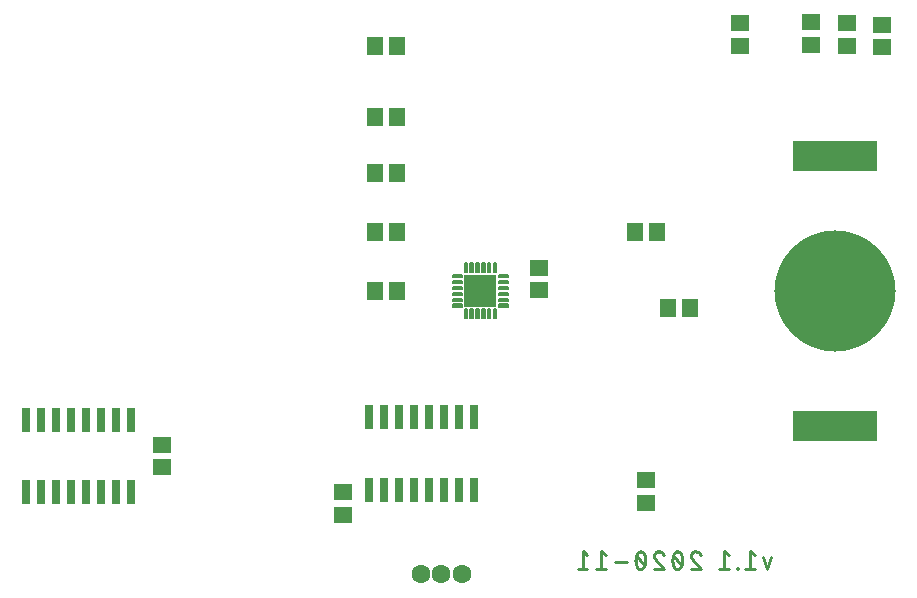
<source format=gbs>
G04 EAGLE Gerber RS-274X export*
G75*
%MOMM*%
%FSLAX34Y34*%
%LPD*%
%INBottom Solder Mask*%
%IPPOS*%
%AMOC8*
5,1,8,0,0,1.08239X$1,22.5*%
G01*
G04 Define Apertures*
%ADD10C,0.279400*%
%ADD11C,0.166334*%
%ADD12R,2.701600X2.701600*%
%ADD13R,1.401600X1.601600*%
%ADD14R,0.762000X2.133600*%
%ADD15R,1.601600X1.401600*%
%ADD16R,7.101600X2.641600*%
%ADD17C,10.261600*%
%ADD18C,10.160000*%
%ADD19C,1.601600*%
%ADD20C,1.376600*%
D10*
X665603Y44388D02*
X662273Y34397D01*
X658943Y44388D01*
X652367Y46053D02*
X648205Y49383D01*
X648205Y34397D01*
X652367Y34397D02*
X644042Y34397D01*
X637679Y34397D02*
X637679Y35230D01*
X636847Y35230D01*
X636847Y34397D01*
X637679Y34397D01*
X630484Y46053D02*
X626321Y49383D01*
X626321Y34397D01*
X630484Y34397D02*
X622158Y34397D01*
X601937Y49384D02*
X601817Y49382D01*
X601697Y49376D01*
X601577Y49367D01*
X601458Y49353D01*
X601339Y49336D01*
X601221Y49315D01*
X601103Y49290D01*
X600987Y49261D01*
X600871Y49229D01*
X600756Y49193D01*
X600643Y49153D01*
X600531Y49110D01*
X600420Y49063D01*
X600311Y49013D01*
X600204Y48959D01*
X600098Y48902D01*
X599995Y48841D01*
X599893Y48777D01*
X599793Y48710D01*
X599696Y48640D01*
X599601Y48567D01*
X599508Y48490D01*
X599418Y48411D01*
X599330Y48329D01*
X599245Y48244D01*
X599163Y48156D01*
X599084Y48066D01*
X599007Y47973D01*
X598934Y47878D01*
X598864Y47781D01*
X598797Y47681D01*
X598733Y47579D01*
X598672Y47476D01*
X598615Y47370D01*
X598561Y47263D01*
X598511Y47154D01*
X598464Y47043D01*
X598421Y46931D01*
X598381Y46818D01*
X598345Y46703D01*
X598313Y46587D01*
X598284Y46471D01*
X598259Y46353D01*
X598238Y46235D01*
X598221Y46116D01*
X598207Y45997D01*
X598198Y45877D01*
X598192Y45757D01*
X598190Y45637D01*
X601937Y49383D02*
X602075Y49381D01*
X602212Y49375D01*
X602349Y49365D01*
X602486Y49352D01*
X602622Y49334D01*
X602758Y49312D01*
X602894Y49287D01*
X603028Y49258D01*
X603161Y49225D01*
X603294Y49188D01*
X603425Y49147D01*
X603556Y49103D01*
X603684Y49055D01*
X603812Y49003D01*
X603938Y48947D01*
X604062Y48888D01*
X604185Y48826D01*
X604305Y48760D01*
X604424Y48691D01*
X604541Y48618D01*
X604656Y48542D01*
X604768Y48462D01*
X604878Y48380D01*
X604986Y48294D01*
X605091Y48206D01*
X605193Y48114D01*
X605293Y48020D01*
X605391Y47922D01*
X605485Y47822D01*
X605577Y47719D01*
X605665Y47614D01*
X605750Y47506D01*
X605833Y47396D01*
X605912Y47284D01*
X605988Y47169D01*
X606061Y47052D01*
X606130Y46933D01*
X606196Y46813D01*
X606258Y46690D01*
X606317Y46566D01*
X606372Y46440D01*
X606424Y46312D01*
X606472Y46183D01*
X606516Y46053D01*
X599440Y42723D02*
X599350Y42811D01*
X599264Y42902D01*
X599180Y42995D01*
X599099Y43091D01*
X599021Y43189D01*
X598947Y43289D01*
X598875Y43392D01*
X598807Y43497D01*
X598742Y43605D01*
X598680Y43714D01*
X598622Y43825D01*
X598567Y43938D01*
X598516Y44052D01*
X598469Y44168D01*
X598425Y44285D01*
X598385Y44404D01*
X598348Y44524D01*
X598315Y44645D01*
X598286Y44767D01*
X598261Y44889D01*
X598240Y45013D01*
X598222Y45137D01*
X598209Y45262D01*
X598199Y45387D01*
X598193Y45512D01*
X598191Y45637D01*
X599439Y42723D02*
X606516Y34397D01*
X598190Y34397D01*
X590885Y41890D02*
X590881Y42185D01*
X590871Y42479D01*
X590853Y42774D01*
X590829Y43068D01*
X590797Y43361D01*
X590759Y43653D01*
X590713Y43944D01*
X590660Y44234D01*
X590601Y44523D01*
X590535Y44810D01*
X590462Y45096D01*
X590382Y45380D01*
X590295Y45662D01*
X590202Y45941D01*
X590102Y46219D01*
X589995Y46493D01*
X589882Y46766D01*
X589762Y47035D01*
X589636Y47302D01*
X589598Y47405D01*
X589557Y47506D01*
X589513Y47605D01*
X589465Y47704D01*
X589414Y47800D01*
X589359Y47894D01*
X589301Y47987D01*
X589240Y48077D01*
X589175Y48165D01*
X589108Y48251D01*
X589037Y48334D01*
X588964Y48415D01*
X588888Y48493D01*
X588809Y48569D01*
X588727Y48641D01*
X588643Y48711D01*
X588556Y48777D01*
X588468Y48841D01*
X588377Y48901D01*
X588283Y48958D01*
X588188Y49012D01*
X588091Y49062D01*
X587993Y49109D01*
X587893Y49152D01*
X587791Y49192D01*
X587688Y49228D01*
X587584Y49260D01*
X587478Y49289D01*
X587372Y49314D01*
X587265Y49335D01*
X587157Y49352D01*
X587049Y49366D01*
X586940Y49375D01*
X586831Y49381D01*
X586722Y49383D01*
X586613Y49381D01*
X586504Y49375D01*
X586395Y49366D01*
X586287Y49352D01*
X586179Y49335D01*
X586072Y49314D01*
X585965Y49289D01*
X585860Y49260D01*
X585756Y49228D01*
X585653Y49192D01*
X585551Y49152D01*
X585451Y49109D01*
X585352Y49062D01*
X585255Y49011D01*
X585160Y48958D01*
X585067Y48901D01*
X584976Y48840D01*
X584887Y48777D01*
X584801Y48710D01*
X584716Y48641D01*
X584635Y48568D01*
X584556Y48493D01*
X584480Y48415D01*
X584406Y48334D01*
X584336Y48251D01*
X584268Y48165D01*
X584203Y48077D01*
X584142Y47986D01*
X584084Y47894D01*
X584029Y47799D01*
X583978Y47703D01*
X583930Y47605D01*
X583886Y47505D01*
X583845Y47404D01*
X583808Y47301D01*
X583808Y47302D02*
X583682Y47035D01*
X583562Y46766D01*
X583449Y46493D01*
X583342Y46219D01*
X583242Y45941D01*
X583149Y45662D01*
X583062Y45380D01*
X582982Y45096D01*
X582909Y44810D01*
X582843Y44523D01*
X582784Y44234D01*
X582731Y43944D01*
X582685Y43653D01*
X582647Y43361D01*
X582615Y43068D01*
X582591Y42774D01*
X582573Y42479D01*
X582563Y42185D01*
X582559Y41890D01*
X590885Y41890D02*
X590881Y41595D01*
X590871Y41301D01*
X590853Y41006D01*
X590829Y40712D01*
X590797Y40419D01*
X590759Y40127D01*
X590713Y39836D01*
X590660Y39546D01*
X590601Y39257D01*
X590535Y38970D01*
X590462Y38684D01*
X590382Y38400D01*
X590295Y38118D01*
X590202Y37839D01*
X590102Y37561D01*
X589995Y37287D01*
X589882Y37014D01*
X589762Y36745D01*
X589636Y36478D01*
X589598Y36375D01*
X589557Y36274D01*
X589513Y36175D01*
X589465Y36076D01*
X589414Y35980D01*
X589359Y35886D01*
X589301Y35793D01*
X589240Y35703D01*
X589175Y35615D01*
X589108Y35529D01*
X589037Y35446D01*
X588964Y35365D01*
X588888Y35287D01*
X588809Y35211D01*
X588727Y35139D01*
X588643Y35069D01*
X588556Y35003D01*
X588468Y34939D01*
X588377Y34879D01*
X588283Y34822D01*
X588188Y34768D01*
X588091Y34718D01*
X587993Y34671D01*
X587893Y34628D01*
X587791Y34588D01*
X587688Y34552D01*
X587584Y34520D01*
X587478Y34491D01*
X587372Y34466D01*
X587265Y34445D01*
X587157Y34428D01*
X587049Y34414D01*
X586940Y34405D01*
X586831Y34399D01*
X586722Y34397D01*
X583808Y36478D02*
X583682Y36745D01*
X583562Y37014D01*
X583449Y37287D01*
X583342Y37561D01*
X583242Y37839D01*
X583149Y38118D01*
X583062Y38400D01*
X582982Y38684D01*
X582909Y38970D01*
X582843Y39257D01*
X582784Y39546D01*
X582731Y39836D01*
X582685Y40127D01*
X582647Y40419D01*
X582615Y40712D01*
X582591Y41006D01*
X582573Y41301D01*
X582563Y41595D01*
X582559Y41890D01*
X583808Y36479D02*
X583845Y36376D01*
X583886Y36275D01*
X583930Y36175D01*
X583978Y36077D01*
X584029Y35981D01*
X584084Y35886D01*
X584142Y35794D01*
X584203Y35703D01*
X584268Y35615D01*
X584336Y35529D01*
X584406Y35446D01*
X584480Y35365D01*
X584556Y35287D01*
X584635Y35212D01*
X584716Y35139D01*
X584801Y35070D01*
X584887Y35003D01*
X584976Y34940D01*
X585067Y34879D01*
X585160Y34822D01*
X585255Y34769D01*
X585352Y34718D01*
X585451Y34671D01*
X585551Y34628D01*
X585653Y34588D01*
X585756Y34552D01*
X585860Y34520D01*
X585965Y34491D01*
X586072Y34466D01*
X586179Y34445D01*
X586287Y34428D01*
X586395Y34414D01*
X586504Y34405D01*
X586613Y34399D01*
X586722Y34397D01*
X590052Y37727D02*
X583392Y46053D01*
X570674Y49384D02*
X570554Y49382D01*
X570434Y49376D01*
X570314Y49367D01*
X570195Y49353D01*
X570076Y49336D01*
X569958Y49315D01*
X569840Y49290D01*
X569724Y49261D01*
X569608Y49229D01*
X569493Y49193D01*
X569380Y49153D01*
X569268Y49110D01*
X569157Y49063D01*
X569048Y49013D01*
X568941Y48959D01*
X568835Y48902D01*
X568732Y48841D01*
X568630Y48777D01*
X568530Y48710D01*
X568433Y48640D01*
X568338Y48567D01*
X568245Y48490D01*
X568155Y48411D01*
X568067Y48329D01*
X567982Y48244D01*
X567900Y48156D01*
X567821Y48066D01*
X567744Y47973D01*
X567671Y47878D01*
X567601Y47781D01*
X567534Y47681D01*
X567470Y47579D01*
X567409Y47476D01*
X567352Y47370D01*
X567298Y47263D01*
X567248Y47154D01*
X567201Y47043D01*
X567158Y46931D01*
X567118Y46818D01*
X567082Y46703D01*
X567050Y46587D01*
X567021Y46471D01*
X566996Y46353D01*
X566975Y46235D01*
X566958Y46116D01*
X566944Y45997D01*
X566935Y45877D01*
X566929Y45757D01*
X566927Y45637D01*
X570674Y49383D02*
X570812Y49381D01*
X570949Y49375D01*
X571086Y49365D01*
X571223Y49352D01*
X571359Y49334D01*
X571495Y49312D01*
X571631Y49287D01*
X571765Y49258D01*
X571898Y49225D01*
X572031Y49188D01*
X572162Y49147D01*
X572293Y49103D01*
X572421Y49055D01*
X572549Y49003D01*
X572675Y48947D01*
X572799Y48888D01*
X572922Y48826D01*
X573042Y48760D01*
X573161Y48691D01*
X573278Y48618D01*
X573393Y48542D01*
X573505Y48462D01*
X573615Y48380D01*
X573723Y48294D01*
X573828Y48206D01*
X573930Y48114D01*
X574030Y48020D01*
X574128Y47922D01*
X574222Y47822D01*
X574314Y47719D01*
X574402Y47614D01*
X574487Y47506D01*
X574570Y47396D01*
X574649Y47284D01*
X574725Y47169D01*
X574798Y47052D01*
X574867Y46933D01*
X574933Y46813D01*
X574995Y46690D01*
X575054Y46566D01*
X575109Y46440D01*
X575161Y46312D01*
X575209Y46183D01*
X575253Y46053D01*
X568177Y42723D02*
X568087Y42811D01*
X568001Y42902D01*
X567917Y42995D01*
X567836Y43091D01*
X567758Y43189D01*
X567684Y43289D01*
X567612Y43392D01*
X567544Y43497D01*
X567479Y43605D01*
X567417Y43714D01*
X567359Y43825D01*
X567304Y43938D01*
X567253Y44052D01*
X567206Y44168D01*
X567162Y44285D01*
X567122Y44404D01*
X567085Y44524D01*
X567052Y44645D01*
X567023Y44767D01*
X566998Y44889D01*
X566977Y45013D01*
X566959Y45137D01*
X566946Y45262D01*
X566936Y45387D01*
X566930Y45512D01*
X566928Y45637D01*
X568177Y42723D02*
X575254Y34397D01*
X566928Y34397D01*
X559623Y41890D02*
X559619Y42185D01*
X559609Y42479D01*
X559591Y42774D01*
X559567Y43068D01*
X559535Y43361D01*
X559497Y43653D01*
X559451Y43944D01*
X559398Y44234D01*
X559339Y44523D01*
X559273Y44810D01*
X559200Y45096D01*
X559120Y45380D01*
X559033Y45662D01*
X558940Y45941D01*
X558840Y46219D01*
X558733Y46493D01*
X558620Y46766D01*
X558500Y47035D01*
X558374Y47302D01*
X558336Y47405D01*
X558295Y47506D01*
X558251Y47605D01*
X558203Y47704D01*
X558152Y47800D01*
X558097Y47894D01*
X558039Y47987D01*
X557978Y48077D01*
X557913Y48165D01*
X557846Y48251D01*
X557775Y48334D01*
X557702Y48415D01*
X557626Y48493D01*
X557547Y48569D01*
X557465Y48641D01*
X557381Y48711D01*
X557294Y48777D01*
X557206Y48841D01*
X557115Y48901D01*
X557021Y48958D01*
X556926Y49012D01*
X556829Y49062D01*
X556731Y49109D01*
X556631Y49152D01*
X556529Y49192D01*
X556426Y49228D01*
X556322Y49260D01*
X556216Y49289D01*
X556110Y49314D01*
X556003Y49335D01*
X555895Y49352D01*
X555787Y49366D01*
X555678Y49375D01*
X555569Y49381D01*
X555460Y49383D01*
X555351Y49381D01*
X555242Y49375D01*
X555133Y49366D01*
X555025Y49352D01*
X554917Y49335D01*
X554810Y49314D01*
X554703Y49289D01*
X554598Y49260D01*
X554494Y49228D01*
X554391Y49192D01*
X554289Y49152D01*
X554189Y49109D01*
X554090Y49062D01*
X553993Y49011D01*
X553898Y48958D01*
X553805Y48901D01*
X553714Y48840D01*
X553625Y48777D01*
X553539Y48710D01*
X553454Y48641D01*
X553373Y48568D01*
X553294Y48493D01*
X553218Y48415D01*
X553144Y48334D01*
X553074Y48251D01*
X553006Y48165D01*
X552941Y48077D01*
X552880Y47986D01*
X552822Y47894D01*
X552767Y47799D01*
X552716Y47703D01*
X552668Y47605D01*
X552624Y47505D01*
X552583Y47404D01*
X552546Y47301D01*
X552545Y47302D02*
X552419Y47035D01*
X552299Y46766D01*
X552186Y46493D01*
X552079Y46219D01*
X551979Y45941D01*
X551886Y45662D01*
X551799Y45380D01*
X551719Y45096D01*
X551646Y44810D01*
X551580Y44523D01*
X551521Y44234D01*
X551468Y43944D01*
X551422Y43653D01*
X551384Y43361D01*
X551352Y43068D01*
X551328Y42774D01*
X551310Y42479D01*
X551300Y42185D01*
X551296Y41890D01*
X559622Y41890D02*
X559618Y41595D01*
X559608Y41301D01*
X559590Y41006D01*
X559566Y40712D01*
X559534Y40419D01*
X559496Y40127D01*
X559450Y39836D01*
X559397Y39546D01*
X559338Y39257D01*
X559272Y38970D01*
X559199Y38684D01*
X559119Y38400D01*
X559032Y38118D01*
X558939Y37839D01*
X558839Y37561D01*
X558732Y37287D01*
X558619Y37014D01*
X558499Y36745D01*
X558373Y36478D01*
X558374Y36478D02*
X558336Y36375D01*
X558295Y36274D01*
X558251Y36175D01*
X558203Y36076D01*
X558152Y35980D01*
X558097Y35886D01*
X558039Y35793D01*
X557978Y35703D01*
X557913Y35615D01*
X557846Y35529D01*
X557775Y35446D01*
X557702Y35365D01*
X557626Y35287D01*
X557547Y35211D01*
X557465Y35139D01*
X557381Y35069D01*
X557294Y35003D01*
X557206Y34939D01*
X557115Y34879D01*
X557021Y34822D01*
X556926Y34768D01*
X556829Y34718D01*
X556731Y34671D01*
X556631Y34628D01*
X556529Y34588D01*
X556426Y34552D01*
X556322Y34520D01*
X556216Y34491D01*
X556110Y34466D01*
X556003Y34445D01*
X555895Y34428D01*
X555787Y34414D01*
X555678Y34405D01*
X555569Y34399D01*
X555460Y34397D01*
X552546Y36478D02*
X552420Y36745D01*
X552300Y37014D01*
X552187Y37287D01*
X552080Y37561D01*
X551980Y37839D01*
X551887Y38118D01*
X551800Y38400D01*
X551720Y38684D01*
X551647Y38970D01*
X551581Y39257D01*
X551522Y39546D01*
X551469Y39836D01*
X551423Y40127D01*
X551385Y40419D01*
X551353Y40712D01*
X551329Y41006D01*
X551311Y41301D01*
X551301Y41595D01*
X551297Y41890D01*
X552546Y36479D02*
X552583Y36376D01*
X552624Y36275D01*
X552668Y36175D01*
X552716Y36077D01*
X552767Y35981D01*
X552822Y35886D01*
X552880Y35794D01*
X552941Y35703D01*
X553006Y35615D01*
X553074Y35529D01*
X553144Y35446D01*
X553218Y35365D01*
X553294Y35287D01*
X553373Y35212D01*
X553454Y35139D01*
X553539Y35070D01*
X553625Y35003D01*
X553714Y34940D01*
X553805Y34879D01*
X553898Y34822D01*
X553993Y34769D01*
X554090Y34718D01*
X554189Y34671D01*
X554289Y34628D01*
X554391Y34588D01*
X554494Y34552D01*
X554598Y34520D01*
X554703Y34491D01*
X554810Y34466D01*
X554917Y34445D01*
X555025Y34428D01*
X555133Y34414D01*
X555242Y34405D01*
X555351Y34399D01*
X555460Y34397D01*
X558790Y37727D02*
X552129Y46053D01*
X543782Y40225D02*
X533791Y40225D01*
X526276Y46053D02*
X522113Y49383D01*
X522113Y34397D01*
X526276Y34397D02*
X517950Y34397D01*
X510644Y46053D02*
X506482Y49383D01*
X506482Y34397D01*
X510644Y34397D02*
X502319Y34397D01*
D11*
X433477Y246773D02*
X433477Y254227D01*
X433477Y246773D02*
X431523Y246773D01*
X431523Y254227D01*
X433477Y254227D01*
X433477Y248353D02*
X431523Y248353D01*
X431523Y249933D02*
X433477Y249933D01*
X433477Y251513D02*
X431523Y251513D01*
X431523Y253093D02*
X433477Y253093D01*
X428477Y254227D02*
X428477Y246773D01*
X426523Y246773D01*
X426523Y254227D01*
X428477Y254227D01*
X428477Y248353D02*
X426523Y248353D01*
X426523Y249933D02*
X428477Y249933D01*
X428477Y251513D02*
X426523Y251513D01*
X426523Y253093D02*
X428477Y253093D01*
X423477Y254227D02*
X423477Y246773D01*
X421523Y246773D01*
X421523Y254227D01*
X423477Y254227D01*
X423477Y248353D02*
X421523Y248353D01*
X421523Y249933D02*
X423477Y249933D01*
X423477Y251513D02*
X421523Y251513D01*
X421523Y253093D02*
X423477Y253093D01*
X418477Y254227D02*
X418477Y246773D01*
X416523Y246773D01*
X416523Y254227D01*
X418477Y254227D01*
X418477Y248353D02*
X416523Y248353D01*
X416523Y249933D02*
X418477Y249933D01*
X418477Y251513D02*
X416523Y251513D01*
X416523Y253093D02*
X418477Y253093D01*
X413477Y254227D02*
X413477Y246773D01*
X411523Y246773D01*
X411523Y254227D01*
X413477Y254227D01*
X413477Y248353D02*
X411523Y248353D01*
X411523Y249933D02*
X413477Y249933D01*
X413477Y251513D02*
X411523Y251513D01*
X411523Y253093D02*
X413477Y253093D01*
X408477Y254227D02*
X408477Y246773D01*
X406523Y246773D01*
X406523Y254227D01*
X408477Y254227D01*
X408477Y248353D02*
X406523Y248353D01*
X406523Y249933D02*
X408477Y249933D01*
X408477Y251513D02*
X406523Y251513D01*
X406523Y253093D02*
X408477Y253093D01*
X408477Y285773D02*
X408477Y293227D01*
X408477Y285773D02*
X406523Y285773D01*
X406523Y293227D01*
X408477Y293227D01*
X408477Y287353D02*
X406523Y287353D01*
X406523Y288933D02*
X408477Y288933D01*
X408477Y290513D02*
X406523Y290513D01*
X406523Y292093D02*
X408477Y292093D01*
X413477Y293227D02*
X413477Y285773D01*
X411523Y285773D01*
X411523Y293227D01*
X413477Y293227D01*
X413477Y287353D02*
X411523Y287353D01*
X411523Y288933D02*
X413477Y288933D01*
X413477Y290513D02*
X411523Y290513D01*
X411523Y292093D02*
X413477Y292093D01*
X418477Y293227D02*
X418477Y285773D01*
X416523Y285773D01*
X416523Y293227D01*
X418477Y293227D01*
X418477Y287353D02*
X416523Y287353D01*
X416523Y288933D02*
X418477Y288933D01*
X418477Y290513D02*
X416523Y290513D01*
X416523Y292093D02*
X418477Y292093D01*
X423477Y293227D02*
X423477Y285773D01*
X421523Y285773D01*
X421523Y293227D01*
X423477Y293227D01*
X423477Y287353D02*
X421523Y287353D01*
X421523Y288933D02*
X423477Y288933D01*
X423477Y290513D02*
X421523Y290513D01*
X421523Y292093D02*
X423477Y292093D01*
X428477Y293227D02*
X428477Y285773D01*
X426523Y285773D01*
X426523Y293227D01*
X428477Y293227D01*
X428477Y287353D02*
X426523Y287353D01*
X426523Y288933D02*
X428477Y288933D01*
X428477Y290513D02*
X426523Y290513D01*
X426523Y292093D02*
X428477Y292093D01*
X433477Y293227D02*
X433477Y285773D01*
X431523Y285773D01*
X431523Y293227D01*
X433477Y293227D01*
X433477Y287353D02*
X431523Y287353D01*
X431523Y288933D02*
X433477Y288933D01*
X433477Y290513D02*
X431523Y290513D01*
X431523Y292093D02*
X433477Y292093D01*
X435773Y283477D02*
X443227Y283477D01*
X443227Y281523D01*
X435773Y281523D01*
X435773Y283477D01*
X435773Y283103D02*
X443227Y283103D01*
X443227Y278477D02*
X435773Y278477D01*
X443227Y278477D02*
X443227Y276523D01*
X435773Y276523D01*
X435773Y278477D01*
X435773Y278103D02*
X443227Y278103D01*
X443227Y273477D02*
X435773Y273477D01*
X443227Y273477D02*
X443227Y271523D01*
X435773Y271523D01*
X435773Y273477D01*
X435773Y273103D02*
X443227Y273103D01*
X443227Y268477D02*
X435773Y268477D01*
X443227Y268477D02*
X443227Y266523D01*
X435773Y266523D01*
X435773Y268477D01*
X435773Y268103D02*
X443227Y268103D01*
X443227Y263477D02*
X435773Y263477D01*
X443227Y263477D02*
X443227Y261523D01*
X435773Y261523D01*
X435773Y263477D01*
X435773Y263103D02*
X443227Y263103D01*
X443227Y258477D02*
X435773Y258477D01*
X443227Y258477D02*
X443227Y256523D01*
X435773Y256523D01*
X435773Y258477D01*
X435773Y258103D02*
X443227Y258103D01*
X404227Y258477D02*
X396773Y258477D01*
X404227Y258477D02*
X404227Y256523D01*
X396773Y256523D01*
X396773Y258477D01*
X396773Y258103D02*
X404227Y258103D01*
X404227Y263477D02*
X396773Y263477D01*
X404227Y263477D02*
X404227Y261523D01*
X396773Y261523D01*
X396773Y263477D01*
X396773Y263103D02*
X404227Y263103D01*
X404227Y268477D02*
X396773Y268477D01*
X404227Y268477D02*
X404227Y266523D01*
X396773Y266523D01*
X396773Y268477D01*
X396773Y268103D02*
X404227Y268103D01*
X404227Y273477D02*
X396773Y273477D01*
X404227Y273477D02*
X404227Y271523D01*
X396773Y271523D01*
X396773Y273477D01*
X396773Y273103D02*
X404227Y273103D01*
X404227Y278477D02*
X396773Y278477D01*
X404227Y278477D02*
X404227Y276523D01*
X396773Y276523D01*
X396773Y278477D01*
X396773Y278103D02*
X404227Y278103D01*
X404227Y283477D02*
X396773Y283477D01*
X404227Y283477D02*
X404227Y281523D01*
X396773Y281523D01*
X396773Y283477D01*
X396773Y283103D02*
X404227Y283103D01*
D12*
X420000Y270000D03*
D13*
X349500Y477500D03*
X330500Y477500D03*
X349500Y417500D03*
X330500Y417500D03*
X349500Y370000D03*
X330500Y370000D03*
X349500Y320000D03*
X330500Y320000D03*
X349500Y270000D03*
X330500Y270000D03*
D14*
X325550Y162750D03*
X325550Y101282D03*
X338250Y162750D03*
X350950Y162750D03*
X338250Y101282D03*
X350950Y101282D03*
X363650Y162750D03*
X363650Y101282D03*
X376350Y162750D03*
X376350Y101282D03*
X389050Y162750D03*
X401750Y162750D03*
X389050Y101282D03*
X401750Y101282D03*
X414450Y162750D03*
X414450Y101282D03*
X35550Y160734D03*
X35550Y99266D03*
X48250Y160734D03*
X60950Y160734D03*
X48250Y99266D03*
X60950Y99266D03*
X73650Y160734D03*
X73650Y99266D03*
X86350Y160734D03*
X86350Y99266D03*
X99050Y160734D03*
X111750Y160734D03*
X99050Y99266D03*
X111750Y99266D03*
X124450Y160734D03*
X124450Y99266D03*
D13*
X569500Y320000D03*
X550500Y320000D03*
X578852Y255683D03*
X597852Y255683D03*
D15*
X560000Y90500D03*
X560000Y109500D03*
X640000Y477500D03*
X640000Y496500D03*
D16*
X720000Y384300D03*
X720000Y155700D03*
D17*
X720000Y270000D03*
D18*
X720000Y270000D03*
D19*
X404000Y30000D03*
X387000Y30000D03*
X370000Y30000D03*
D15*
X730000Y477500D03*
X730000Y496500D03*
X700000Y478500D03*
X700000Y497500D03*
X760297Y476146D03*
X760297Y495146D03*
X150640Y120431D03*
X150640Y139431D03*
X304000Y99500D03*
X304000Y80500D03*
X470000Y270500D03*
X470000Y289500D03*
D20*
X719757Y154593D03*
X741757Y154593D03*
X694757Y154593D03*
X708757Y384593D03*
X728757Y384593D03*
M02*

</source>
